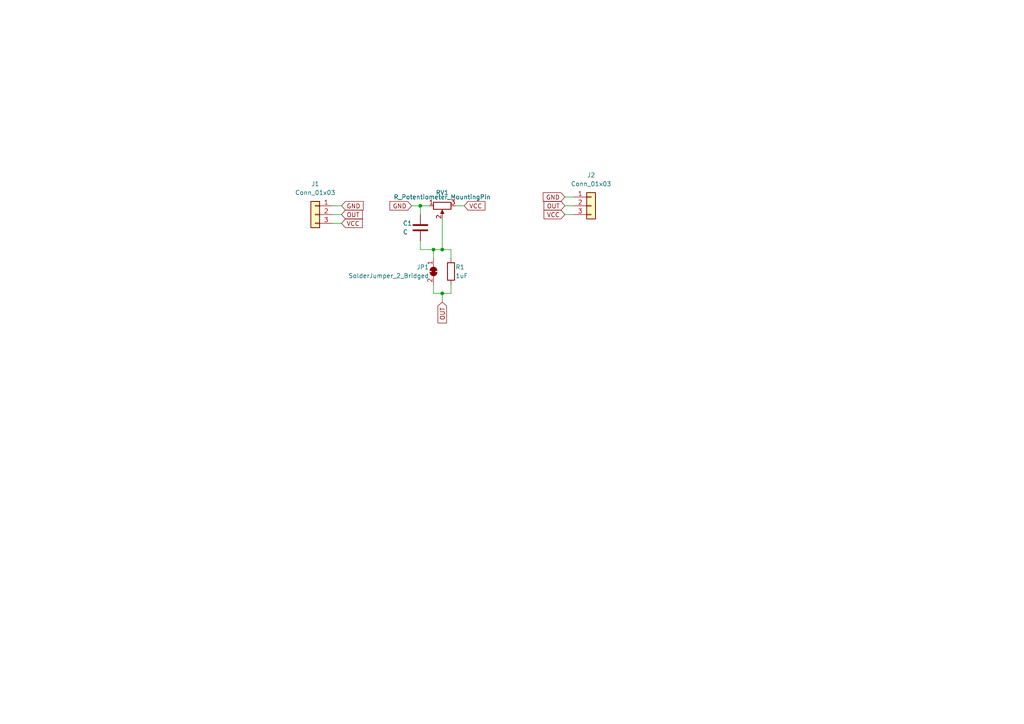
<source format=kicad_sch>
(kicad_sch (version 20230121) (generator eeschema)
  (paper "A4")
  (lib_symbols
    (symbol "Connector_Generic:Conn_01x03" (pin_names (offset 1.016) hide)
      (property "Reference" "J" (at 0 5.08 0))
      (property "Value" "Conn_01x03" (at 0 -5.08 0))
      (symbol "Conn_01x03_1_1"
        (rectangle (start -1.27 -2.413) (end 0 -2.667) (stroke (width 0.1524)))
        (rectangle (start -1.27 0.127) (end 0 -0.127) (stroke (width 0.1524)))
        (rectangle (start -1.27 2.667) (end 0 2.413) (stroke (width 0.1524)))
        (rectangle (start -1.27 3.81) (end 1.27 -3.81) (stroke (width 0.254)) (fill (type background)))
        (pin passive line (at -5.08 2.54 0) (length 3.81) (name "Pin_1") (number "1"))
        (pin passive line (at -5.08 0 0) (length 3.81) (name "Pin_2") (number "2"))
        (pin passive line (at -5.08 -2.54 0) (length 3.81) (name "Pin_3") (number "3"))
      )
    )
    (symbol "Device:C" (pin_numbers hide) (pin_names (offset 0.254))
      (property "Reference" "C" (at 0.635 2.54 0))
      (property "Value" "C" (at 0.635 -2.54 0))
      (symbol "C_0_1"
        (polyline (pts (xy -2.032 -0.762) (xy 2.032 -0.762)) (stroke (width 0.508)))
        (polyline (pts (xy -2.032 0.762) (xy 2.032 0.762)) (stroke (width 0.508)))
      )
      (symbol "C_1_1"
        (pin passive line (at 0 3.81 270) (length 2.794) (name "~") (number "1"))
        (pin passive line (at 0 -3.81 90) (length 2.794) (name "~") (number "2"))
      )
    )
    (symbol "Device:R" (pin_numbers hide) (pin_names (offset 0))
      (property "Reference" "R" (at 2.032 0 90))
      (property "Value" "R" (at 0 0 90))
      (symbol "R_0_1"
        (rectangle (start -1.016 -2.54) (end 1.016 2.54) (stroke (width 0.254)))
      )
      (symbol "R_1_1"
        (pin passive line (at 0 3.81 270) (length 1.27) (name "~") (number "1"))
        (pin passive line (at 0 -3.81 90) (length 1.27) (name "~") (number "2"))
      )
    )
    (symbol "Device:R_Potentiometer" (pin_names (offset 1.016) hide)
      (property "Reference" "RV" (at -4.445 0 90))
      (property "Value" "R_Potentiometer" (at -2.54 0 90))
      (symbol "R_Potentiometer_0_1"
        (polyline (pts (xy 2.54 0) (xy 1.524 0)))
        (polyline (pts (xy 1.143 0) (xy 2.286 0.508) (xy 2.286 -0.508) (xy 1.143 0)) (fill (type outline)))
        (rectangle (start 1.016 2.54) (end -1.016 -2.54) (stroke (width 0.254)))
      )
      (symbol "R_Potentiometer_1_1"
        (pin passive line (at 0 3.81 270) (length 1.27) (name "1") (number "1"))
        (pin passive line (at 3.81 0 180) (length 1.27) (name "2") (number "2"))
        (pin passive line (at 0 -3.81 90) (length 1.27) (name "3") (number "3"))
      )
    )
    (symbol "Jumper:SolderJumper_2_Bridged" (pin_names (offset 0) hide)
      (property "Reference" "JP" (at 0 2.032 0))
      (property "Value" "SolderJumper_2_Bridged" (at 0 -2.54 0))
      (symbol "SolderJumper_2_Bridged_0_1"
        (rectangle (start -0.508 0.508) (end 0.508 -0.508) (fill (type outline)))
        (arc (start -0.254 1.016) (mid -1.2656 0) (end -0.254 -1.016))
        (arc (start -0.254 1.016) (mid -1.2656 0) (end -0.254 -1.016) (fill (type outline)))
        (polyline (pts (xy -0.254 1.016) (xy -0.254 -1.016)))
        (polyline (pts (xy 0.254 1.016) (xy 0.254 -1.016)))
        (arc (start 0.254 -1.016) (mid 1.2656 0) (end 0.254 1.016))
        (arc (start 0.254 -1.016) (mid 1.2656 0) (end 0.254 1.016) (fill (type outline)))
      )
      (symbol "SolderJumper_2_Bridged_1_1"
        (pin passive line (at -3.81 0 0) (length 2.54) (name "A") (number "1"))
        (pin passive line (at 3.81 0 180) (length 2.54) (name "B") (number "2"))
      )
    )
  )
  (junction (at 128.27 72.39))
  (junction (at 121.92 59.69))
  (junction (at 128.27 85.09))
  (junction (at 125.73 72.39))
  (wire (pts (xy 125.73 85.09) (xy 125.73 82.55)))
  (wire (pts (xy 163.83 57.15) (xy 166.37 57.15)))
  (wire (pts (xy 121.92 59.69) (xy 121.92 62.23)))
  (wire (pts (xy 119.38 59.69) (xy 121.92 59.69)))
  (wire (pts (xy 121.92 72.39) (xy 125.73 72.39)))
  (wire (pts (xy 125.73 72.39) (xy 128.27 72.39)))
  (wire (pts (xy 125.73 72.39) (xy 125.73 74.93)))
  (wire (pts (xy 121.92 69.85) (xy 121.92 72.39)))
  (wire (pts (xy 128.27 85.09) (xy 130.81 85.09)))
  (wire (pts (xy 99.06 62.23) (xy 96.52 62.23)))
  (wire (pts (xy 134.62 59.69) (xy 132.08 59.69)))
  (wire (pts (xy 130.81 72.39) (xy 130.81 74.93)))
  (wire (pts (xy 163.83 62.23) (xy 166.37 62.23)))
  (wire (pts (xy 125.73 85.09) (xy 128.27 85.09)))
  (wire (pts (xy 128.27 85.09) (xy 128.27 87.63)))
  (wire (pts (xy 128.27 72.39) (xy 130.81 72.39)))
  (wire (pts (xy 130.81 85.09) (xy 130.81 82.55)))
  (wire (pts (xy 121.92 59.69) (xy 124.46 59.69)))
  (wire (pts (xy 99.06 59.69) (xy 96.52 59.69)))
  (wire (pts (xy 99.06 64.77) (xy 96.52 64.77)))
  (wire (pts (xy 128.27 63.5) (xy 128.27 72.39)))
  (wire (pts (xy 163.83 59.69) (xy 166.37 59.69)))
  (global_label "VCC" (shape input) (at 134.62 59.69 0) (property "Intersheetrefs" "${INTERSHEET_REFS}" (effects hide)))
  (global_label "OUT" (shape input) (at 99.06 62.23 0) (property "Intersheetrefs" "${INTERSHEET_REFS}" (effects hide)))
  (global_label "OUT" (shape input) (at 163.83 59.69 180) (property "Intersheetrefs" "${INTERSHEET_REFS}" (effects hide)))
  (global_label "GND" (shape input) (at 119.38 59.69 180) (property "Intersheetrefs" "${INTERSHEET_REFS}" (effects hide)))
  (global_label "GND" (shape input) (at 163.83 57.15 180) (property "Intersheetrefs" "${INTERSHEET_REFS}" (effects hide)))
  (global_label "VCC" (shape input) (at 163.83 62.23 180) (property "Intersheetrefs" "${INTERSHEET_REFS}" (effects hide)))
  (global_label "OUT" (shape input) (at 128.27 87.63 270) (property "Intersheetrefs" "${INTERSHEET_REFS}" (effects hide)))
  (global_label "GND" (shape input) (at 99.06 59.69 0) (property "Intersheetrefs" "${INTERSHEET_REFS}" (effects hide)))
  (global_label "VCC" (shape input) (at 99.06 64.77 0) (property "Intersheetrefs" "${INTERSHEET_REFS}" (effects hide)))
  (symbol (lib_id "Device:R_Potentiometer") (at 128.27 59.69 90) (mirror x) (unit 1)
    (property "Reference" "RV1" (at 128.27 55.88 90))
    (property "Value" "R_Potentiometer_MountingPin" (at 128.27 57.15 90))
    (property "Footprint" "Potentiometer_THT:Potentiometer_Alpha_RD901F-40-00D_Single_Vertical" (effects hide))
  )
  (symbol (lib_id "Connector_Generic:Conn_01x03") (at 171.45 59.69 0) (unit 1)
    (property "Reference" "J2" (at 171.45 50.8 0))
    (property "Value" "Conn_01x03" (at 171.45 53.34 0))
    (property "Footprint" "Custom:PinHeader_1x03_P2.54mm_Vertical_no_silk" (effects hide))
  )
  (symbol (lib_id "Device:C") (at 121.92 66.04 0) (unit 1)
    (property "Reference" "C1" (at 116.84 64.77 0) (effects (justify left)))
    (property "Value" "C" (at 116.84 67.31 0) (effects (justify left)))
    (property "Footprint" "Capacitor_SMD:C_0805_2012Metric_Pad1.18x1.45mm_HandSolder" (effects hide))
  )
  (symbol (lib_id "Device:R") (at 130.81 78.74 0) (unit 1)
    (property "Reference" "R1" (at 132.08 77.47 0) (effects (justify left)))
    (property "Value" "1uF" (at 132.08 80.01 0) (effects (justify left)))
    (property "Footprint" "Resistor_SMD:R_0805_2012Metric_Pad1.20x1.40mm_HandSolder" (effects hide))
  )
  (symbol (lib_id "Connector_Generic:Conn_01x03") (at 91.44 62.23 0) (mirror y) (unit 1)
    (property "Reference" "J1" (at 91.44 53.34 0))
    (property "Value" "Conn_01x03" (at 91.44 55.88 0))
    (property "Footprint" "Custom:PinHeader_1x03_P2.54mm_Vertical_no_silk" (effects hide))
  )
  (symbol (lib_id "Jumper:SolderJumper_2_Bridged") (at 125.73 78.74 270) (unit 1)
    (property "Reference" "JP1" (at 124.46 77.47 90) (effects (justify right)))
    (property "Value" "SolderJumper_2_Bridged" (at 124.46 80.01 90) (effects (justify right)))
    (property "Footprint" "Jumper:SolderJumper-2_P1.3mm_Bridged_RoundedPad1.0x1.5mm" (effects hide))
  )
)
</source>
